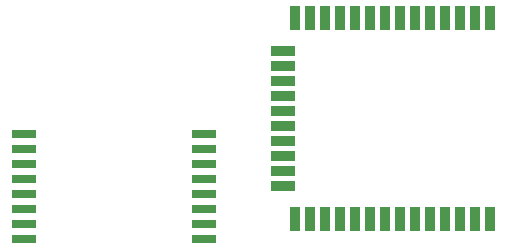
<source format=gtp>
%TF.GenerationSoftware,KiCad,Pcbnew,9.0.2*%
%TF.CreationDate,2025-06-17T20:14:42+02:00*%
%TF.ProjectId,elrs_tx_full,656c7273-5f74-4785-9f66-756c6c2e6b69,rev?*%
%TF.SameCoordinates,Original*%
%TF.FileFunction,Paste,Top*%
%TF.FilePolarity,Positive*%
%FSLAX46Y46*%
G04 Gerber Fmt 4.6, Leading zero omitted, Abs format (unit mm)*
G04 Created by KiCad (PCBNEW 9.0.2) date 2025-06-17 20:14:42*
%MOMM*%
%LPD*%
G01*
G04 APERTURE LIST*
%ADD10R,2.000000X0.800000*%
%ADD11R,0.900000X2.000000*%
%ADD12R,2.000000X0.900000*%
G04 APERTURE END LIST*
D10*
%TO.C,U1*%
X106974800Y-65247600D03*
X106974800Y-63977600D03*
X106974800Y-62707600D03*
X106974800Y-61437600D03*
X106974800Y-60167600D03*
X106974800Y-58897600D03*
X106974800Y-57627600D03*
X106974800Y-56357600D03*
X91734800Y-56357600D03*
X91734800Y-57627600D03*
X91734800Y-58897600D03*
X91734800Y-60167600D03*
X91734800Y-61437600D03*
X91734800Y-62707600D03*
X91734800Y-63977600D03*
X91734800Y-65247600D03*
%TD*%
D11*
%TO.C,U2*%
X131165000Y-46486000D03*
X129895000Y-46486000D03*
X128625000Y-46486000D03*
X127355000Y-46486000D03*
X126085000Y-46486000D03*
X124815000Y-46486000D03*
X123545000Y-46486000D03*
X122275000Y-46486000D03*
X121005000Y-46486000D03*
X119735000Y-46486000D03*
X118465000Y-46486000D03*
X117195000Y-46486000D03*
X115925000Y-46486000D03*
X114655000Y-46486000D03*
D12*
X113655000Y-49271000D03*
X113655000Y-50541000D03*
X113655000Y-51811000D03*
X113655000Y-53081000D03*
X113655000Y-54351000D03*
X113655000Y-55621000D03*
X113655000Y-56891000D03*
X113655000Y-58161000D03*
X113655000Y-59431000D03*
X113655000Y-60701000D03*
D11*
X114655000Y-63486000D03*
X115925000Y-63486000D03*
X117195000Y-63486000D03*
X118465000Y-63486000D03*
X119735000Y-63486000D03*
X121005000Y-63486000D03*
X122275000Y-63486000D03*
X123545000Y-63486000D03*
X124815000Y-63486000D03*
X126085000Y-63486000D03*
X127355000Y-63486000D03*
X128625000Y-63486000D03*
X129895000Y-63486000D03*
X131165000Y-63486000D03*
%TD*%
M02*

</source>
